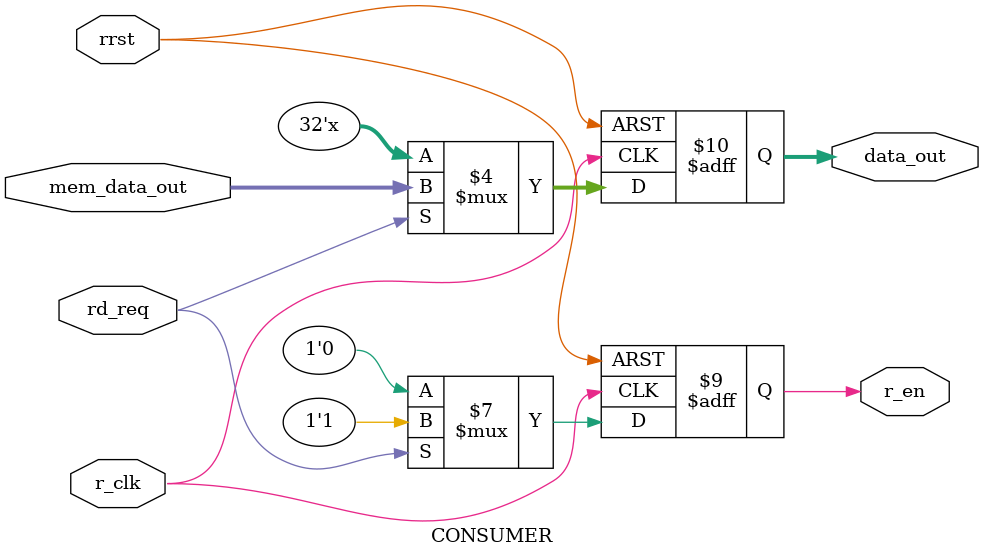
<source format=sv>
/*module CONSUMER #(parameter DATA_WIDTH = 32)(
	input logic r_clk,rrst,rd_req,
	input logic [DATA_WIDTH-1:0]mem_data_out,
	input logic f_empty,
	output logic r_en,
	output logic [DATA_WIDTH-1:0]data_out
);

	logic [1:0] delay_cnt;
    always_ff @(posedge r_clk or negedge rrst) begin
        if (!rrst) delay_cnt <= 0;
        else begin 
			if(rd_req && delay_cnt < 2) begin
				delay_cnt <= delay_cnt + 1;
			end
		end	
    end
	
	always_ff @(posedge r_clk or negedge rrst) begin
		if(!rrst) begin
			r_en <= 0;
			data_out <= 'x;
		end
		else begin
			if(rd_req && f_empty && delay_cnt == 2) begin
				r_en <= 1;
				data_out <= mem_data_out; 
			end	
		end
	end
	
	
endmodule
*/

module CONSUMER #(parameter DATA_WIDTH = 32)(
    input logic r_clk, rrst, rd_req,
    input logic [DATA_WIDTH-1:0] mem_data_out,
    //input logic f_empty,
    output logic r_en,
    output logic [DATA_WIDTH-1:0] data_out
);

/*
    logic [1:0] delay_cnt;

    always_ff @(posedge r_clk or negedge rrst) begin
        if (!rrst) delay_cnt <= 0;
        else begin 
            if (rd_req) begin
                // Increment delay_cnt only on the rising edge of rd_req
                if (delay_cnt < 2) 
                    delay_cnt <= delay_cnt + 1;
            end
            else begin
                // Reset delay_cnt when there is no read request or the memory is not empty
                delay_cnt <= 0;
            end
        end
    end
 */   
	
	always_ff@(posedge r_clk or negedge rrst) begin
		if(!rrst) begin
			data_out <= 'z;
			r_en <= '0;
		end
		else
			if(rd_req)	begin
				r_en <= 1;
				data_out <= mem_data_out;
			end
			else begin
				r_en<= 0;
				data_out <= 'z;
			end
			
	end
/*
    always_ff @(posedge r_clk or negedge rrst) begin
        if (!rrst) begin
            r_en <= 0;
            data_out <= 'z;
        end
        else begin
            if (rd_req && f_empty && delay_cnt == 2) begin
                r_en <= 1;
                data_out <= mem_data_out; 
            end    
        end
    end  */
endmodule

</source>
